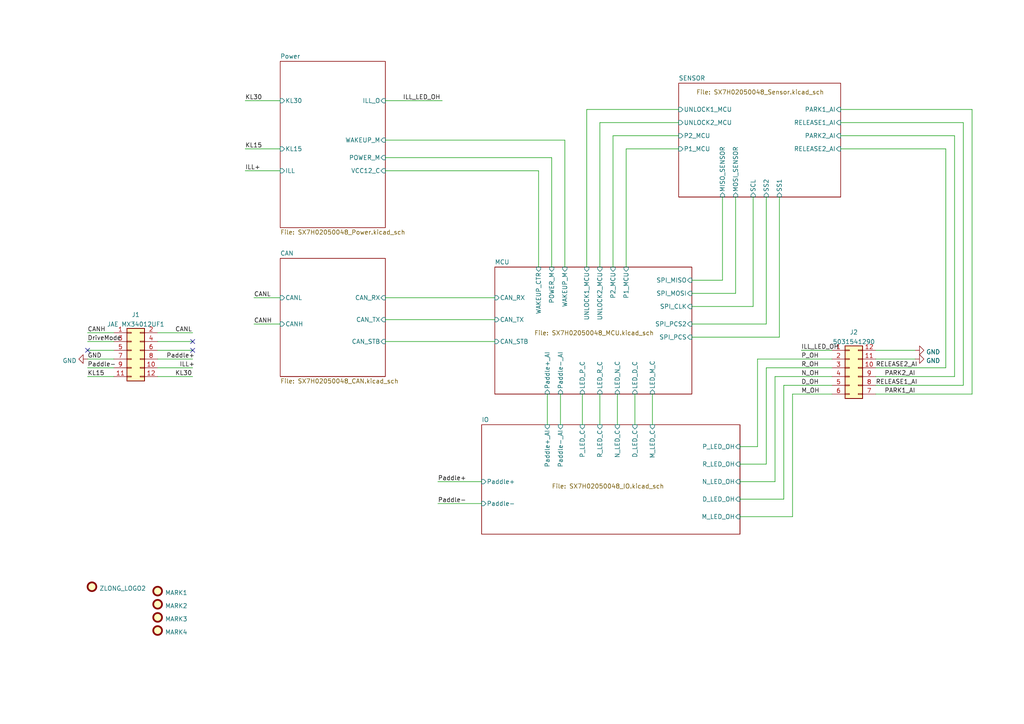
<source format=kicad_sch>
(kicad_sch (version 20211123) (generator eeschema)
  (paper "A4")
  (title_block (title "SX7H SHIFER MIAN SCH") (date "2022-07-18") (rev "V03") (company "宁波正朗汽车零部件有限公司") (comment 1 "批准:") (comment 2 "校准：") (comment 3 "设计：Ethan"))
  (lib_symbols
    (symbol "Connector_Generic:Conn_02x06_Counter_Clockwise" (pin_names (offset 1.016) hide)
      (property "Reference" "J" (at 1.27 7.62 0))
      (property "Value" "Conn_02x06_Counter_Clockwise" (at 1.27 -10.16 0))
      (symbol "Conn_02x06_Counter_Clockwise_1_1"
        (rectangle (start -1.27 -7.493) (end 0 -7.747) (stroke (width 0.1524)))
        (rectangle (start -1.27 -4.953) (end 0 -5.207) (stroke (width 0.1524)))
        (rectangle (start -1.27 -2.413) (end 0 -2.667) (stroke (width 0.1524)))
        (rectangle (start -1.27 0.127) (end 0 -0.127) (stroke (width 0.1524)))
        (rectangle (start -1.27 2.667) (end 0 2.413) (stroke (width 0.1524)))
        (rectangle (start -1.27 5.207) (end 0 4.953) (stroke (width 0.1524)))
        (rectangle (start -1.27 6.35) (end 3.81 -8.89) (stroke (width 0.254)) (fill (type background)))
        (rectangle (start 3.81 -7.493) (end 2.54 -7.747) (stroke (width 0.1524)))
        (rectangle (start 3.81 -4.953) (end 2.54 -5.207) (stroke (width 0.1524)))
        (rectangle (start 3.81 -2.413) (end 2.54 -2.667) (stroke (width 0.1524)))
        (rectangle (start 3.81 0.127) (end 2.54 -0.127) (stroke (width 0.1524)))
        (rectangle (start 3.81 2.667) (end 2.54 2.413) (stroke (width 0.1524)))
        (rectangle (start 3.81 5.207) (end 2.54 4.953) (stroke (width 0.1524)))
        (pin passive line (at -5.08 5.08 0) (length 3.81) (name "Pin_1") (number "1"))
        (pin passive line (at 7.62 0 180) (length 3.81) (name "Pin_10") (number "10"))
        (pin passive line (at 7.62 2.54 180) (length 3.81) (name "Pin_11") (number "11"))
        (pin passive line (at 7.62 5.08 180) (length 3.81) (name "Pin_12") (number "12"))
        (pin passive line (at -5.08 2.54 0) (length 3.81) (name "Pin_2") (number "2"))
        (pin passive line (at -5.08 0 0) (length 3.81) (name "Pin_3") (number "3"))
        (pin passive line (at -5.08 -2.54 0) (length 3.81) (name "Pin_4") (number "4"))
        (pin passive line (at -5.08 -5.08 0) (length 3.81) (name "Pin_5") (number "5"))
        (pin passive line (at -5.08 -7.62 0) (length 3.81) (name "Pin_6") (number "6"))
        (pin passive line (at 7.62 -7.62 180) (length 3.81) (name "Pin_7") (number "7"))
        (pin passive line (at 7.62 -5.08 180) (length 3.81) (name "Pin_8") (number "8"))
        (pin passive line (at 7.62 -2.54 180) (length 3.81) (name "Pin_9") (number "9"))
      )
    )
    (symbol "Connector_Generic:Conn_02x06_Odd_Even" (pin_names (offset 1.016) hide)
      (property "Reference" "J" (at 1.27 7.62 0))
      (property "Value" "Conn_02x06_Odd_Even" (at 1.27 -10.16 0))
      (symbol "Conn_02x06_Odd_Even_1_1"
        (rectangle (start -1.27 -7.493) (end 0 -7.747) (stroke (width 0.1524)))
        (rectangle (start -1.27 -4.953) (end 0 -5.207) (stroke (width 0.1524)))
        (rectangle (start -1.27 -2.413) (end 0 -2.667) (stroke (width 0.1524)))
        (rectangle (start -1.27 0.127) (end 0 -0.127) (stroke (width 0.1524)))
        (rectangle (start -1.27 2.667) (end 0 2.413) (stroke (width 0.1524)))
        (rectangle (start -1.27 5.207) (end 0 4.953) (stroke (width 0.1524)))
        (rectangle (start -1.27 6.35) (end 3.81 -8.89) (stroke (width 0.254)) (fill (type background)))
        (rectangle (start 3.81 -7.493) (end 2.54 -7.747) (stroke (width 0.1524)))
        (rectangle (start 3.81 -4.953) (end 2.54 -5.207) (stroke (width 0.1524)))
        (rectangle (start 3.81 -2.413) (end 2.54 -2.667) (stroke (width 0.1524)))
        (rectangle (start 3.81 0.127) (end 2.54 -0.127) (stroke (width 0.1524)))
        (rectangle (start 3.81 2.667) (end 2.54 2.413) (stroke (width 0.1524)))
        (rectangle (start 3.81 5.207) (end 2.54 4.953) (stroke (width 0.1524)))
        (pin passive line (at -5.08 5.08 0) (length 3.81) (name "Pin_1") (number "1"))
        (pin passive line (at 7.62 -5.08 180) (length 3.81) (name "Pin_10") (number "10"))
        (pin passive line (at -5.08 -7.62 0) (length 3.81) (name "Pin_11") (number "11"))
        (pin passive line (at 7.62 -7.62 180) (length 3.81) (name "Pin_12") (number "12"))
        (pin passive line (at 7.62 5.08 180) (length 3.81) (name "Pin_2") (number "2"))
        (pin passive line (at -5.08 2.54 0) (length 3.81) (name "Pin_3") (number "3"))
        (pin passive line (at 7.62 2.54 180) (length 3.81) (name "Pin_4") (number "4"))
        (pin passive line (at -5.08 0 0) (length 3.81) (name "Pin_5") (number "5"))
        (pin passive line (at 7.62 0 180) (length 3.81) (name "Pin_6") (number "6"))
        (pin passive line (at -5.08 -2.54 0) (length 3.81) (name "Pin_7") (number "7"))
        (pin passive line (at 7.62 -2.54 180) (length 3.81) (name "Pin_8") (number "8"))
        (pin passive line (at -5.08 -5.08 0) (length 3.81) (name "Pin_9") (number "9"))
      )
    )
    (symbol "Mechanical:Fiducial"
      (property "Reference" "FID" (at 0 5.08 0))
      (property "Value" "Fiducial" (at 0 3.175 0))
      (symbol "Fiducial_0_1"
        (circle (center 0 0) (radius 1.27) (stroke (width 0.508)) (fill (type background)))
      )
    )
    (symbol "power:GND" (power) (pin_names (offset 0))
      (property "Value" "GND" (at 0 -3.81 0))
      (symbol "GND_0_1"
        (polyline (pts (xy 0 0) (xy 0 -1.27) (xy 1.27 -1.27) (xy 0 -2.54) (xy -1.27 -1.27) (xy 0 -1.27)))
      )
      (symbol "GND_1_1"
        (pin power_in line (at 0 0 270) (length 0) hide (name "GND") (number "1"))
      )
    )
  )
  (no_connect (at 25.4 101.6))
  (no_connect (at 55.88 99.06))
  (no_connect (at 55.88 101.6))
  (wire (pts (xy 218.44 57.15) (xy 218.44 88.9)))
  (wire (pts (xy 111.76 49.53) (xy 156.21 49.53)))
  (wire (pts (xy 25.4 109.22) (xy 33.02 109.22)))
  (wire (pts (xy 173.99 114.3) (xy 173.99 123.19)))
  (wire (pts (xy 214.63 149.86) (xy 229.87 149.86)))
  (wire (pts (xy 229.87 114.3) (xy 241.3 114.3)))
  (wire (pts (xy 229.87 149.86) (xy 229.87 114.3)))
  (wire (pts (xy 200.66 85.09) (xy 213.36 85.09)))
  (wire (pts (xy 158.75 114.3) (xy 158.75 123.19)))
  (wire (pts (xy 71.12 49.53) (xy 81.28 49.53)))
  (wire (pts (xy 254 101.6) (xy 265.43 101.6)))
  (wire (pts (xy 222.25 106.68) (xy 241.3 106.68)))
  (wire (pts (xy 127 146.05) (xy 139.7 146.05)))
  (wire (pts (xy 45.72 106.68) (xy 55.88 106.68)))
  (wire (pts (xy 45.72 101.6) (xy 55.88 101.6)))
  (wire (pts (xy 25.4 96.52) (xy 33.02 96.52)))
  (wire (pts (xy 168.91 114.3) (xy 168.91 123.19)))
  (wire (pts (xy 45.72 109.22) (xy 55.88 109.22)))
  (wire (pts (xy 111.76 92.71) (xy 143.51 92.71)))
  (wire (pts (xy 181.61 43.18) (xy 181.61 77.47)))
  (wire (pts (xy 181.61 43.18) (xy 196.85 43.18)))
  (wire (pts (xy 156.21 77.47) (xy 156.21 49.53)))
  (wire (pts (xy 160.02 45.72) (xy 111.76 45.72)))
  (wire (pts (xy 160.02 77.47) (xy 160.02 45.72)))
  (wire (pts (xy 254 114.3) (xy 281.94 114.3)))
  (wire (pts (xy 111.76 86.36) (xy 143.51 86.36)))
  (wire (pts (xy 71.12 29.21) (xy 81.28 29.21)))
  (wire (pts (xy 243.84 35.56) (xy 279.4 35.56)))
  (wire (pts (xy 279.4 35.56) (xy 279.4 111.76)))
  (wire (pts (xy 45.72 99.06) (xy 55.88 99.06)))
  (wire (pts (xy 224.79 109.22) (xy 241.3 109.22)))
  (wire (pts (xy 173.99 35.56) (xy 196.85 35.56)))
  (wire (pts (xy 173.99 77.47) (xy 173.99 35.56)))
  (wire (pts (xy 73.66 86.36) (xy 81.28 86.36)))
  (wire (pts (xy 254 109.22) (xy 276.86 109.22)))
  (wire (pts (xy 209.55 57.15) (xy 209.55 81.28)))
  (wire (pts (xy 71.12 43.18) (xy 81.28 43.18)))
  (wire (pts (xy 214.63 139.7) (xy 224.79 139.7)))
  (wire (pts (xy 224.79 139.7) (xy 224.79 109.22)))
  (wire (pts (xy 73.66 93.98) (xy 81.28 93.98)))
  (wire (pts (xy 179.07 114.3) (xy 179.07 123.19)))
  (wire (pts (xy 177.8 39.37) (xy 196.85 39.37)))
  (wire (pts (xy 177.8 77.47) (xy 177.8 39.37)))
  (wire (pts (xy 111.76 29.21) (xy 128.27 29.21)))
  (wire (pts (xy 214.63 129.54) (xy 219.71 129.54)))
  (wire (pts (xy 219.71 129.54) (xy 219.71 104.14)))
  (wire (pts (xy 214.63 134.62) (xy 222.25 134.62)))
  (wire (pts (xy 222.25 134.62) (xy 222.25 106.68)))
  (wire (pts (xy 222.25 57.15) (xy 222.25 93.98)))
  (wire (pts (xy 219.71 104.14) (xy 241.3 104.14)))
  (wire (pts (xy 184.15 114.3) (xy 184.15 123.19)))
  (wire (pts (xy 25.4 101.6) (xy 33.02 101.6)))
  (wire (pts (xy 111.76 99.06) (xy 143.51 99.06)))
  (wire (pts (xy 243.84 39.37) (xy 276.86 39.37)))
  (wire (pts (xy 276.86 39.37) (xy 276.86 109.22)))
  (wire (pts (xy 254 106.68) (xy 274.32 106.68)))
  (wire (pts (xy 25.4 106.68) (xy 33.02 106.68)))
  (wire (pts (xy 254 104.14) (xy 265.43 104.14)))
  (wire (pts (xy 45.72 104.14) (xy 55.88 104.14)))
  (wire (pts (xy 162.56 114.3) (xy 162.56 123.19)))
  (wire (pts (xy 189.23 114.3) (xy 189.23 123.19)))
  (wire (pts (xy 200.66 97.79) (xy 226.06 97.79)))
  (wire (pts (xy 25.4 104.14) (xy 33.02 104.14)))
  (wire (pts (xy 111.76 40.64) (xy 163.83 40.64)))
  (wire (pts (xy 163.83 40.64) (xy 163.83 77.47)))
  (wire (pts (xy 254 111.76) (xy 279.4 111.76)))
  (wire (pts (xy 200.66 81.28) (xy 209.55 81.28)))
  (wire (pts (xy 25.4 99.06) (xy 33.02 99.06)))
  (wire (pts (xy 232.41 101.6) (xy 241.3 101.6)))
  (wire (pts (xy 213.36 57.15) (xy 213.36 85.09)))
  (wire (pts (xy 170.18 31.75) (xy 196.85 31.75)))
  (wire (pts (xy 170.18 77.47) (xy 170.18 31.75)))
  (wire (pts (xy 243.84 31.75) (xy 281.94 31.75)))
  (wire (pts (xy 281.94 31.75) (xy 281.94 114.3)))
  (wire (pts (xy 214.63 144.78) (xy 227.33 144.78)))
  (wire (pts (xy 227.33 111.76) (xy 241.3 111.76)))
  (wire (pts (xy 227.33 144.78) (xy 227.33 111.76)))
  (wire (pts (xy 226.06 57.15) (xy 226.06 97.79)))
  (wire (pts (xy 200.66 93.98) (xy 222.25 93.98)))
  (wire (pts (xy 45.72 96.52) (xy 55.88 96.52)))
  (wire (pts (xy 243.84 43.18) (xy 274.32 43.18)))
  (wire (pts (xy 274.32 43.18) (xy 274.32 106.68)))
  (wire (pts (xy 200.66 88.9) (xy 218.44 88.9)))
  (wire (pts (xy 127 139.7) (xy 139.7 139.7)))
  (label "PARK1_AI" (at 256.54 114.3 0))
  (label "P_OH" (at 232.41 104.14 0))
  (label "KL30" (at 50.8 109.22 0))
  (label "RELEASE2_AI" (at 254 106.68 0))
  (label "D_OH" (at 232.41 111.76 0))
  (label "Paddle-" (at 127 146.05 0))
  (label "N_OH" (at 232.41 109.22 0))
  (label "GND" (at 25.4 104.14 0))
  (label "M_OH" (at 232.41 114.3 0))
  (label "ILL+" (at 52.07 106.68 0))
  (label "CANL" (at 50.8 96.52 0))
  (label "DriveMode" (at 25.4 99.06 0))
  (label "ILL_LED_OH" (at 116.84 29.21 0))
  (label "PARK2_AI" (at 256.54 109.22 0))
  (label "CANH" (at 25.4 96.52 0))
  (label "Paddle-" (at 25.4 106.68 0))
  (label "R_OH" (at 232.41 106.68 0))
  (label "Paddle+" (at 127 139.7 0))
  (label "ILL_LED_OH" (at 232.41 101.6 0))
  (label "KL30" (at 71.12 29.21 0))
  (label "CANH" (at 73.66 93.98 0))
  (label "ILL+" (at 71.12 49.53 0))
  (label "KL15" (at 71.12 43.18 0))
  (label "KL15" (at 25.4 109.22 0))
  (label "Paddle+" (at 48.26 104.14 0))
  (label "RELEASE1_AI" (at 254 111.76 0))
  (label "CANL" (at 73.66 86.36 0))
  (symbol (lib_id "Connector_Generic:Conn_02x06_Counter_Clockwise") (at 246.38 106.68 0) (unit 1)
    (property "Reference" "J2" (at 247.65 96.3635 0))
    (property "Value" "5031541290" (at 247.65 99.1386 0))
    (property "Footprint" "GODPP:5031541290" (effects hide))
    (property "Description" "CONN RCPT 12P 0.059 TIN SMD R/A" (effects hide))
    (property "Manufacturer" "Molex" (effects hide))
    (property "Manufacturer Product Number" "5031541290" (effects hide))
    (property "Descriptions" "CONN RCPT 12P 0.059 TIN SMD R/A" (effects hide))
  )
  (symbol (lib_id "power:GND") (at 265.43 104.14 90) (unit 1)
    (property "Reference" "#PWR0103" (effects hide))
    (property "Value" "GND" (at 268.605 104.619 90) (effects (justify right)))
  )
  (symbol (lib_id "Mechanical:Fiducial") (at 26.67 170.18 0) (mirror y) (unit 1)
    (property "Reference" "ZLONG_LOGO2" (at 28.829 170.659 0) (effects (justify right)))
    (property "Value" "Fiducial" (effects hide))
    (property "Footprint" "GODPP:ZLONG" (effects hide))
  )
  (symbol (lib_id "Mechanical:Fiducial") (at 45.72 171.45 0) (unit 1)
    (property "Reference" "MARK1" (at 47.879 171.929 0) (effects (justify left)))
    (property "Value" "Fiducial" (effects hide))
    (property "Footprint" "Fiducial:Fiducial_1mm_Mask2mm" (effects hide))
  )
  (symbol (lib_id "Mechanical:Fiducial") (at 45.72 182.88 0) (unit 1)
    (property "Reference" "MARK4" (at 47.879 183.359 0) (effects (justify left)))
    (property "Value" "Fiducial" (effects hide))
    (property "Footprint" "Fiducial:Fiducial_1mm_Mask2mm" (effects hide))
  )
  (symbol (lib_id "power:GND") (at 25.4 104.14 270) (unit 1)
    (property "Reference" "#PWR0101" (effects hide))
    (property "Value" "GND" (at 22.225 104.619 90) (effects (justify right)))
  )
  (symbol (lib_id "Mechanical:Fiducial") (at 45.72 179.07 0) (unit 1)
    (property "Reference" "MARK3" (at 47.879 179.549 0) (effects (justify left)))
    (property "Value" "Fiducial" (effects hide))
    (property "Footprint" "Fiducial:Fiducial_1mm_Mask2mm" (effects hide))
  )
  (symbol (lib_id "power:GND") (at 265.43 101.6 90) (unit 1)
    (property "Reference" "#PWR0102" (effects hide))
    (property "Value" "GND" (at 268.605 102.079 90) (effects (justify right)))
  )
  (symbol (lib_id "Mechanical:Fiducial") (at 45.72 175.26 0) (unit 1)
    (property "Reference" "MARK2" (at 47.879 175.739 0) (effects (justify left)))
    (property "Value" "Fiducial" (effects hide))
    (property "Footprint" "Fiducial:Fiducial_1mm_Mask2mm" (effects hide))
  )
  (symbol (lib_id "Connector_Generic:Conn_02x06_Odd_Even") (at 38.1 101.6 0) (unit 1)
    (property "Reference" "J1" (at 39.37 91.2835 0))
    (property "Value" "JAE MX34012UF1" (at 39.37 94.0586 0))
    (property "Footprint" "GODPP:MX34012UF1" (effects hide))
    (property "Description" "CONN HEADER VERT 12POS 2.2MM" (effects hide))
    (property "Manufacturer" "JAE Electronics" (effects hide))
    (property "Manufacturer Product Number" "MX34012UF1" (effects hide))
    (property "Descriptions" "CONN HEADER VERT 12POS 2.2MM" (effects hide))
  )
  (sheet (at 139.7 123.19) (size 74.93 31.75) (stroke (width 0.1524))
    (property "Sheet name" "IO" (at 139.7 122.4784 0) (effects (justify left bottom)))
    (property "Sheet file" "SX7H02050048_IO.kicad_sch" (at 160.02 140.2846 0) (effects (justify left top)))
    (pin "Paddle+_AI" input (at 158.75 123.19 90))
    (pin "Paddle-_AI" input (at 162.56 123.19 90))
    (pin "Paddle+" input (at 139.7 139.7 180))
    (pin "Paddle-" input (at 139.7 146.05 180))
    (pin "P_LED_OH" input (at 214.63 129.54 0))
    (pin "P_LED_C" input (at 168.91 123.19 90))
    (pin "N_LED_OH" input (at 214.63 139.7 0))
    (pin "N_LED_C" input (at 179.07 123.19 90))
    (pin "D_LED_OH" input (at 214.63 144.78 0))
    (pin "D_LED_C" input (at 184.15 123.19 90))
    (pin "R_LED_OH" input (at 214.63 134.62 0))
    (pin "R_LED_C" input (at 173.99 123.19 90))
    (pin "M_LED_OH" input (at 214.63 149.86 0))
    (pin "M_LED_C" input (at 189.23 123.19 90))
  )
  (sheet (at 81.28 74.93) (size 30.48 34.29) (stroke (width 0.1524))
    (property "Sheet name" "CAN" (at 81.28 74.2184 0) (effects (justify left bottom)))
    (property "Sheet file" "SX7H02050048_CAN.kicad_sch" (at 81.28 109.8046 0) (effects (justify left top)))
    (pin "CAN_RX" input (at 111.76 86.36 0))
    (pin "CAN_TX" input (at 111.76 92.71 0))
    (pin "CAN_STB" input (at 111.76 99.06 0))
    (pin "CANL" input (at 81.28 86.36 180))
    (pin "CANH" input (at 81.28 93.98 180))
  )
  (sheet (at 81.28 17.78) (size 30.48 48.26) (stroke (width 0.1524))
    (property "Sheet name" "Power" (at 81.28 17.0684 0) (effects (justify left bottom)))
    (property "Sheet file" "SX7H02050048_Power.kicad_sch" (at 81.28 66.6246 0) (effects (justify left top)))
    (pin "KL15" input (at 81.28 43.18 180))
    (pin "KL30" input (at 81.28 29.21 180))
    (pin "ILL" input (at 81.28 49.53 180))
    (pin "ILL_O" input (at 111.76 29.21 0))
    (pin "WAKEUP_M" input (at 111.76 40.64 0))
    (pin "VCC12_C" input (at 111.76 49.53 0))
    (pin "POWER_M" input (at 111.76 45.72 0))
  )
  (sheet (at 196.85 24.13) (size 46.99 33.02) (stroke (width 0.1524))
    (property "Sheet name" "SENSOR" (at 196.85 23.4184 0) (effects (justify left bottom)))
    (property "Sheet file" "SX7H02050048_Sensor.kicad_sch" (at 201.93 25.9846 0) (effects (justify left top)))
    (pin "RELEASE1_AI" input (at 243.84 35.56 0))
    (pin "UNLOCK1_MCU" input (at 196.85 31.75 180))
    (pin "PARK1_AI" input (at 243.84 31.75 0))
    (pin "P1_MCU" input (at 196.85 43.18 180))
    (pin "PARK2_AI" input (at 243.84 39.37 0))
    (pin "P2_MCU" input (at 196.85 39.37 180))
    (pin "UNLOCK2_MCU" input (at 196.85 35.56 180))
    (pin "RELEASE2_AI" input (at 243.84 43.18 0))
    (pin "MISO_SENSOR" input (at 209.55 57.15 270))
    (pin "MOSI_SENSOR" input (at 213.36 57.15 270))
    (pin "SS2" input (at 222.25 57.15 270))
    (pin "SCL" input (at 218.44 57.15 270))
    (pin "SS1" input (at 226.06 57.15 270))
  )
  (sheet (at 143.51 77.47) (size 57.15 36.83) (stroke (width 0.1524))
    (property "Sheet name" "MCU" (at 143.51 76.7584 0) (effects (justify left bottom)))
    (property "Sheet file" "SX7H02050048_MCU.kicad_sch" (at 154.94 95.8346 0) (effects (justify left top)))
    (pin "CAN_TX" input (at 143.51 92.71 180))
    (pin "CAN_RX" input (at 143.51 86.36 180))
    (pin "CAN_STB" input (at 143.51 99.06 180))
    (pin "SPI_PCS2" input (at 200.66 93.98 0))
    (pin "SPI_PCS" input (at 200.66 97.79 0))
    (pin "SPI_MISO" input (at 200.66 81.28 0))
    (pin "SPI_MOSI" input (at 200.66 85.09 0))
    (pin "P1_MCU" input (at 181.61 77.47 90))
    (pin "P2_MCU" input (at 177.8 77.47 90))
    (pin "UNLOCK1_MCU" input (at 170.18 77.47 90))
    (pin "UNLOCK2_MCU" input (at 173.99 77.47 90))
    (pin "SPI_CLK" input (at 200.66 88.9 0))
    (pin "WAKEUP_CTR" input (at 156.21 77.47 90))
    (pin "WAKEUP_M" input (at 163.83 77.47 90))
    (pin "LED_N_C" input (at 179.07 114.3 270))
    (pin "LED_D_C" input (at 184.15 114.3 270))
    (pin "LED_P_C" input (at 168.91 114.3 270))
    (pin "LED_R_C" input (at 173.99 114.3 270))
    (pin "LED_M_C" input (at 189.23 114.3 270))
    (pin "Paddle-_AI" input (at 162.56 114.3 270))
    (pin "Paddle+_AI" input (at 158.75 114.3 270))
    (pin "POWER_M" input (at 160.02 77.47 90))
  )
)
</source>
